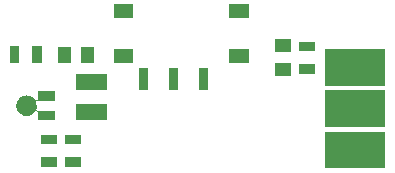
<source format=gbr>
G04 #@! TF.GenerationSoftware,KiCad,Pcbnew,(5.0.2-4-gb601aea34)*
G04 #@! TF.CreationDate,2019-09-30T13:15:35-05:00*
G04 #@! TF.ProjectId,mic switch,6d696320-7377-4697-9463-682e6b696361,rev?*
G04 #@! TF.SameCoordinates,Original*
G04 #@! TF.FileFunction,Soldermask,Top*
G04 #@! TF.FilePolarity,Negative*
%FSLAX46Y46*%
G04 Gerber Fmt 4.6, Leading zero omitted, Abs format (unit mm)*
G04 Created by KiCad (PCBNEW (5.0.2-4-gb601aea34)) date Monday, September 30, 2019 at 01:15:35 PM*
%MOMM*%
%LPD*%
G01*
G04 APERTURE LIST*
%ADD10C,0.100000*%
G04 APERTURE END LIST*
D10*
G36*
X167143000Y-99285000D02*
X162041000Y-99285000D01*
X162041000Y-96183000D01*
X167143000Y-96183000D01*
X167143000Y-99285000D01*
X167143000Y-99285000D01*
G37*
G36*
X139385000Y-99141000D02*
X137983000Y-99141000D01*
X137983000Y-98339000D01*
X139385000Y-98339000D01*
X139385000Y-99141000D01*
X139385000Y-99141000D01*
G37*
G36*
X141417000Y-99141000D02*
X140015000Y-99141000D01*
X140015000Y-98339000D01*
X141417000Y-98339000D01*
X141417000Y-99141000D01*
X141417000Y-99141000D01*
G37*
G36*
X141417000Y-97241000D02*
X140015000Y-97241000D01*
X140015000Y-96439000D01*
X141417000Y-96439000D01*
X141417000Y-97241000D01*
X141417000Y-97241000D01*
G37*
G36*
X139385000Y-97241000D02*
X137983000Y-97241000D01*
X137983000Y-96439000D01*
X139385000Y-96439000D01*
X139385000Y-97241000D01*
X139385000Y-97241000D01*
G37*
G36*
X167143000Y-95785000D02*
X162041000Y-95785000D01*
X162041000Y-92683000D01*
X167143000Y-92683000D01*
X167143000Y-95785000D01*
X167143000Y-95785000D01*
G37*
G36*
X139150000Y-93556000D02*
X137703038Y-93556000D01*
X137678652Y-93558402D01*
X137655203Y-93565515D01*
X137633592Y-93577066D01*
X137614650Y-93592612D01*
X137599104Y-93611554D01*
X137587553Y-93633165D01*
X137580440Y-93656614D01*
X137578038Y-93681000D01*
X137580440Y-93705386D01*
X137584156Y-93719627D01*
X137604972Y-93783693D01*
X137609756Y-93805452D01*
X137627085Y-93950773D01*
X137627552Y-93973058D01*
X137616324Y-94118971D01*
X137612452Y-94140927D01*
X137583287Y-94245385D01*
X137579042Y-94269519D01*
X137579587Y-94294017D01*
X137584901Y-94317938D01*
X137594780Y-94340363D01*
X137608844Y-94360429D01*
X137626552Y-94377367D01*
X137647225Y-94390524D01*
X137670067Y-94399395D01*
X137703682Y-94404000D01*
X139150000Y-94404000D01*
X139150000Y-95231000D01*
X137704000Y-95231000D01*
X137704000Y-94537522D01*
X137701598Y-94513136D01*
X137694485Y-94489687D01*
X137682934Y-94468076D01*
X137667388Y-94449134D01*
X137648446Y-94433588D01*
X137626835Y-94422037D01*
X137603386Y-94414924D01*
X137579000Y-94412522D01*
X137554614Y-94414924D01*
X137531165Y-94422037D01*
X137509554Y-94433588D01*
X137490612Y-94449134D01*
X137480498Y-94460565D01*
X137397014Y-94567422D01*
X137381642Y-94583563D01*
X137270863Y-94679185D01*
X137252647Y-94692034D01*
X137125399Y-94764322D01*
X137105041Y-94773386D01*
X136966176Y-94819580D01*
X136944433Y-94824520D01*
X136796664Y-94843187D01*
X136783916Y-94844079D01*
X136768207Y-94844298D01*
X136755464Y-94843764D01*
X136607211Y-94829228D01*
X136585350Y-94824899D01*
X136445240Y-94782598D01*
X136424648Y-94774111D01*
X136295419Y-94705398D01*
X136276862Y-94693069D01*
X136163445Y-94600568D01*
X136147637Y-94584869D01*
X136054353Y-94472109D01*
X136041886Y-94453626D01*
X135972282Y-94324896D01*
X135963647Y-94304353D01*
X135920368Y-94164544D01*
X135915888Y-94142717D01*
X135900591Y-93997175D01*
X135900436Y-93974888D01*
X135913701Y-93829134D01*
X135917876Y-93807246D01*
X135959192Y-93666862D01*
X135967546Y-93646187D01*
X136035344Y-93516501D01*
X136047546Y-93497855D01*
X136139252Y-93383796D01*
X136154845Y-93367872D01*
X136266948Y-93273806D01*
X136285339Y-93261213D01*
X136413594Y-93190706D01*
X136434064Y-93181932D01*
X136573564Y-93137679D01*
X136595372Y-93133044D01*
X136740799Y-93116732D01*
X136763085Y-93116420D01*
X136775494Y-93117462D01*
X136775496Y-93117462D01*
X136908925Y-93128667D01*
X136930835Y-93132688D01*
X137071519Y-93173029D01*
X137092242Y-93181234D01*
X137222397Y-93248125D01*
X137241140Y-93260204D01*
X137355825Y-93351101D01*
X137371863Y-93366589D01*
X137466709Y-93478032D01*
X137476357Y-93491914D01*
X137492247Y-93510568D01*
X137511471Y-93525763D01*
X137533290Y-93536916D01*
X137556865Y-93543599D01*
X137581291Y-93545553D01*
X137605629Y-93542705D01*
X137628944Y-93535163D01*
X137650340Y-93523217D01*
X137668994Y-93507327D01*
X137684189Y-93488103D01*
X137695342Y-93466284D01*
X137702025Y-93442709D01*
X137704000Y-93420574D01*
X137704000Y-92729000D01*
X139150000Y-92729000D01*
X139150000Y-93556000D01*
X139150000Y-93556000D01*
G37*
G36*
X143561000Y-95174000D02*
X140919000Y-95174000D01*
X140919000Y-93802000D01*
X143561000Y-93802000D01*
X143561000Y-95174000D01*
X143561000Y-95174000D01*
G37*
G36*
X143561000Y-92634000D02*
X140919000Y-92634000D01*
X140919000Y-91262000D01*
X143561000Y-91262000D01*
X143561000Y-92634000D01*
X143561000Y-92634000D01*
G37*
G36*
X147091600Y-92634000D02*
X146278400Y-92634000D01*
X146278400Y-90830200D01*
X147091600Y-90830200D01*
X147091600Y-92634000D01*
X147091600Y-92634000D01*
G37*
G36*
X149631600Y-92634000D02*
X148818400Y-92634000D01*
X148818400Y-90830200D01*
X149631600Y-90830200D01*
X149631600Y-92634000D01*
X149631600Y-92634000D01*
G37*
G36*
X152171600Y-92634000D02*
X151358400Y-92634000D01*
X151358400Y-90830200D01*
X152171600Y-90830200D01*
X152171600Y-92634000D01*
X152171600Y-92634000D01*
G37*
G36*
X167143000Y-92285000D02*
X162041000Y-92285000D01*
X162041000Y-89183000D01*
X167143000Y-89183000D01*
X167143000Y-92285000D01*
X167143000Y-92285000D01*
G37*
G36*
X159172000Y-91467000D02*
X157820000Y-91467000D01*
X157820000Y-90365000D01*
X159172000Y-90365000D01*
X159172000Y-91467000D01*
X159172000Y-91467000D01*
G37*
G36*
X161229000Y-91267000D02*
X159827000Y-91267000D01*
X159827000Y-90465000D01*
X161229000Y-90465000D01*
X161229000Y-91267000D01*
X161229000Y-91267000D01*
G37*
G36*
X155562500Y-90386100D02*
X153911100Y-90386100D01*
X153911100Y-89191900D01*
X155562500Y-89191900D01*
X155562500Y-90386100D01*
X155562500Y-90386100D01*
G37*
G36*
X145808900Y-90386100D02*
X144157500Y-90386100D01*
X144157500Y-89191900D01*
X145808900Y-89191900D01*
X145808900Y-90386100D01*
X145808900Y-90386100D01*
G37*
G36*
X138069000Y-90363000D02*
X137267000Y-90363000D01*
X137267000Y-88961000D01*
X138069000Y-88961000D01*
X138069000Y-90363000D01*
X138069000Y-90363000D01*
G37*
G36*
X136169000Y-90363000D02*
X135367000Y-90363000D01*
X135367000Y-88961000D01*
X136169000Y-88961000D01*
X136169000Y-90363000D01*
X136169000Y-90363000D01*
G37*
G36*
X140505000Y-90338000D02*
X139403000Y-90338000D01*
X139403000Y-88986000D01*
X140505000Y-88986000D01*
X140505000Y-90338000D01*
X140505000Y-90338000D01*
G37*
G36*
X142505000Y-90338000D02*
X141403000Y-90338000D01*
X141403000Y-88986000D01*
X142505000Y-88986000D01*
X142505000Y-90338000D01*
X142505000Y-90338000D01*
G37*
G36*
X159172000Y-89467000D02*
X157820000Y-89467000D01*
X157820000Y-88365000D01*
X159172000Y-88365000D01*
X159172000Y-89467000D01*
X159172000Y-89467000D01*
G37*
G36*
X161229000Y-89367000D02*
X159827000Y-89367000D01*
X159827000Y-88565000D01*
X161229000Y-88565000D01*
X161229000Y-89367000D01*
X161229000Y-89367000D01*
G37*
G36*
X145808900Y-86576100D02*
X144157500Y-86576100D01*
X144157500Y-85381900D01*
X145808900Y-85381900D01*
X145808900Y-86576100D01*
X145808900Y-86576100D01*
G37*
G36*
X155562500Y-86576100D02*
X153911100Y-86576100D01*
X153911100Y-85381900D01*
X155562500Y-85381900D01*
X155562500Y-86576100D01*
X155562500Y-86576100D01*
G37*
M02*

</source>
